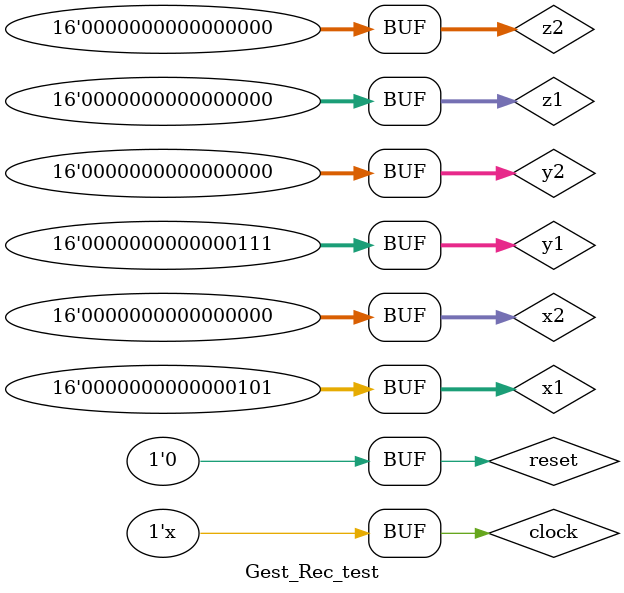
<source format=v>
`timescale 1ns / 1ps


module Gest_Rec_test;

	// Inputs
	reg clock;
	reg [15:0] x1;
	reg [15:0] y1;
	reg [15:0] z1;
	reg [15:0] x2;
	reg [15:0] y2;
	reg [15:0] z2;
	reg reset;

	// Outputs
	wire [7:0] hover;
	wire [7:0] roll;
	wire [7:0] pitch;
	wire on;

	// Instantiate the Unit Under Test (UUT)
	gest_rec uut (
		.clock(clock), 
		.x1(x1), 
		.y1(y1), 
		.z1(z1), 
		.x2(x2), 
		.y2(y2), 
		.z2(z2), 
		.reset(reset), 
		.hover(hover), 
		.roll(roll), 
		.pitch(pitch), 
		.on(on)
	);

	always #5 clock = !clock;
	initial begin
		// Initialize Inputs
		clock = 0;
		x1 = 0;
		y1 = 0;
		z1 = 0;
		x2 = 0;
		y2 = 0;
		z2 = 0;
		reset = 0;

		// Wait 100 ns for global reset to finish
		#100;
        
		// Add stimulus here
		
		//turn on
		x1 = 5;
		y1 = 7;
		
		#10
		x1 = 2;
		y1 = 7;
		
		#10
		x1 = 2;
		y1 = 5;
		
		#10
		x1 = 2;
		y1 = 2;
		
		#10
		x1 = 5;
		y1 = 2;
		
		#10
		x1 = 7;
		y1 = 2;
		
		#10
		x1 = 7;
		y1 = 5;
		
		#10
		x1 = 7;
		y1 = 7;
		
		#10
		x1 = 5;
		y1 = 7;

	end
      
endmodule


</source>
